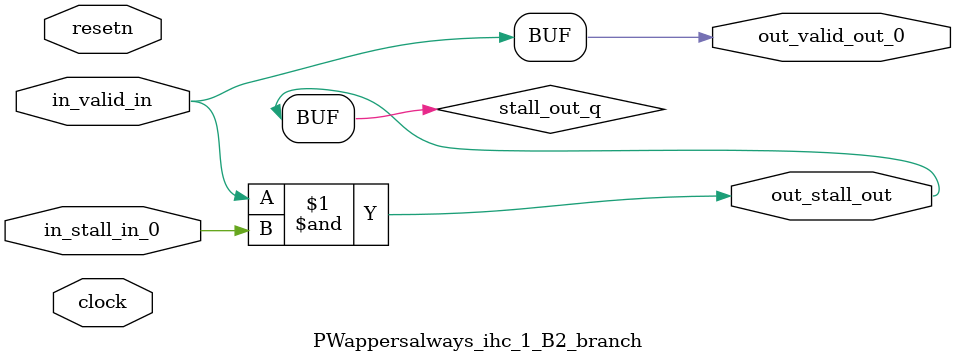
<source format=sv>



(* altera_attribute = "-name AUTO_SHIFT_REGISTER_RECOGNITION OFF; -name MESSAGE_DISABLE 10036; -name MESSAGE_DISABLE 10037; -name MESSAGE_DISABLE 14130; -name MESSAGE_DISABLE 14320; -name MESSAGE_DISABLE 15400; -name MESSAGE_DISABLE 14130; -name MESSAGE_DISABLE 10036; -name MESSAGE_DISABLE 12020; -name MESSAGE_DISABLE 12030; -name MESSAGE_DISABLE 12010; -name MESSAGE_DISABLE 12110; -name MESSAGE_DISABLE 14320; -name MESSAGE_DISABLE 13410; -name MESSAGE_DISABLE 113007; -name MESSAGE_DISABLE 10958" *)
module PWappersalways_ihc_1_B2_branch (
    input wire [0:0] in_stall_in_0,
    input wire [0:0] in_valid_in,
    output wire [0:0] out_stall_out,
    output wire [0:0] out_valid_out_0,
    input wire clock,
    input wire resetn
    );

    wire [0:0] stall_out_q;


    // stall_out(LOGICAL,6)
    assign stall_out_q = in_valid_in & in_stall_in_0;

    // out_stall_out(GPOUT,4)
    assign out_stall_out = stall_out_q;

    // out_valid_out_0(GPOUT,5)
    assign out_valid_out_0 = in_valid_in;

endmodule

</source>
